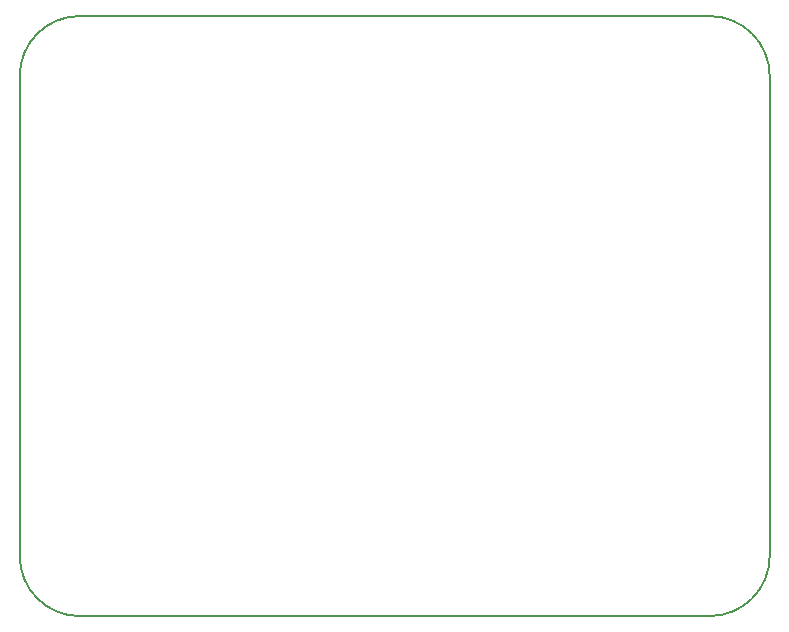
<source format=gko>
G04 DipTrace 3.1.0.0*
G04 SensorActuatorBreakout.gko*
%MOIN*%
G04 #@! TF.FileFunction,Profile*
G04 #@! TF.Part,Single*
%ADD11C,0.006*%
%FSLAX26Y26*%
G04*
G70*
G90*
G75*
G01*
G04 BoardOutline*
%LPD*%
X594000Y394000D2*
D11*
X2694000D1*
G03X2894000Y594000I0J200000D01*
G01*
Y2194000D1*
G03X2694000Y2394000I-200000J0D01*
G01*
X594000D1*
G03X394000Y2194000I0J-200000D01*
G01*
Y594000D1*
G03X594000Y394000I200000J0D01*
G01*
M02*

</source>
